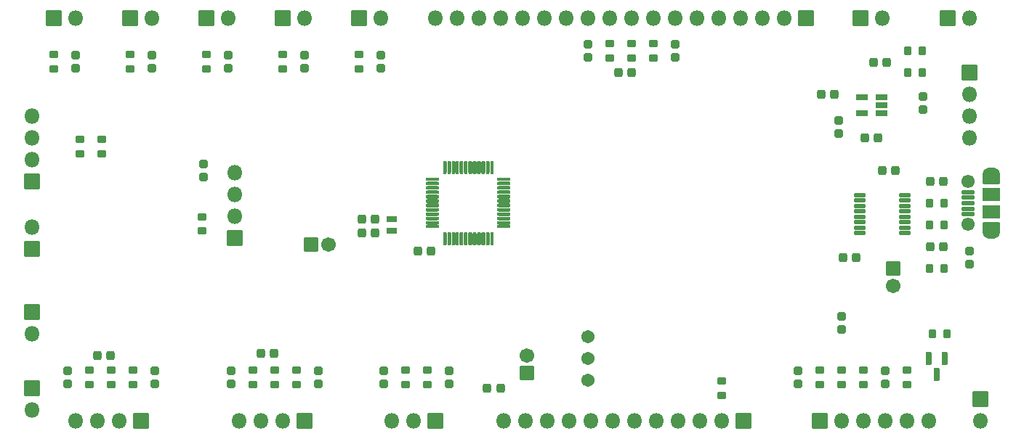
<source format=gbr>
%TF.GenerationSoftware,KiCad,Pcbnew,(6.0.2)*%
%TF.CreationDate,2022-03-23T19:52:23-07:00*%
%TF.ProjectId,main,6d61696e-2e6b-4696-9361-645f70636258,rev?*%
%TF.SameCoordinates,Original*%
%TF.FileFunction,Soldermask,Top*%
%TF.FilePolarity,Negative*%
%FSLAX46Y46*%
G04 Gerber Fmt 4.6, Leading zero omitted, Abs format (unit mm)*
G04 Created by KiCad (PCBNEW (6.0.2)) date 2022-03-23 19:52:23*
%MOMM*%
%LPD*%
G01*
G04 APERTURE LIST*
G04 Aperture macros list*
%AMRoundRect*
0 Rectangle with rounded corners*
0 $1 Rounding radius*
0 $2 $3 $4 $5 $6 $7 $8 $9 X,Y pos of 4 corners*
0 Add a 4 corners polygon primitive as box body*
4,1,4,$2,$3,$4,$5,$6,$7,$8,$9,$2,$3,0*
0 Add four circle primitives for the rounded corners*
1,1,$1+$1,$2,$3*
1,1,$1+$1,$4,$5*
1,1,$1+$1,$6,$7*
1,1,$1+$1,$8,$9*
0 Add four rect primitives between the rounded corners*
20,1,$1+$1,$2,$3,$4,$5,0*
20,1,$1+$1,$4,$5,$6,$7,0*
20,1,$1+$1,$6,$7,$8,$9,0*
20,1,$1+$1,$8,$9,$2,$3,0*%
G04 Aperture macros list end*
%ADD10RoundRect,0.250800X-0.200000X-0.275000X0.200000X-0.275000X0.200000X0.275000X-0.200000X0.275000X0*%
%ADD11RoundRect,0.275800X-0.250000X0.225000X-0.250000X-0.225000X0.250000X-0.225000X0.250000X0.225000X0*%
%ADD12RoundRect,0.050800X0.550000X-0.300000X0.550000X0.300000X-0.550000X0.300000X-0.550000X-0.300000X0*%
%ADD13RoundRect,0.050800X-0.850000X-0.850000X0.850000X-0.850000X0.850000X0.850000X-0.850000X0.850000X0*%
%ADD14O,1.801600X1.801600*%
%ADD15RoundRect,0.050800X0.850000X-0.850000X0.850000X0.850000X-0.850000X0.850000X-0.850000X-0.850000X0*%
%ADD16RoundRect,0.275800X0.225000X0.250000X-0.225000X0.250000X-0.225000X-0.250000X0.225000X-0.250000X0*%
%ADD17RoundRect,0.275800X0.250000X-0.225000X0.250000X0.225000X-0.250000X0.225000X-0.250000X-0.225000X0*%
%ADD18RoundRect,0.250800X-0.275000X0.200000X-0.275000X-0.200000X0.275000X-0.200000X0.275000X0.200000X0*%
%ADD19RoundRect,0.050800X-0.850000X0.850000X-0.850000X-0.850000X0.850000X-0.850000X0.850000X0.850000X0*%
%ADD20RoundRect,0.250800X0.275000X-0.200000X0.275000X0.200000X-0.275000X0.200000X-0.275000X-0.200000X0*%
%ADD21RoundRect,0.050800X0.800000X-0.800000X0.800000X0.800000X-0.800000X0.800000X-0.800000X-0.800000X0*%
%ADD22C,1.701600*%
%ADD23RoundRect,0.275800X-0.225000X-0.250000X0.225000X-0.250000X0.225000X0.250000X-0.225000X0.250000X0*%
%ADD24RoundRect,0.050800X0.850000X0.850000X-0.850000X0.850000X-0.850000X-0.850000X0.850000X-0.850000X0*%
%ADD25RoundRect,0.200800X0.512500X0.150000X-0.512500X0.150000X-0.512500X-0.150000X0.512500X-0.150000X0*%
%ADD26RoundRect,0.125800X0.075000X-0.662500X0.075000X0.662500X-0.075000X0.662500X-0.075000X-0.662500X0*%
%ADD27RoundRect,0.125800X0.662500X-0.075000X0.662500X0.075000X-0.662500X0.075000X-0.662500X-0.075000X0*%
%ADD28RoundRect,0.250800X0.200000X0.275000X-0.200000X0.275000X-0.200000X-0.275000X0.200000X-0.275000X0*%
%ADD29RoundRect,0.050800X-0.800000X-0.800000X0.800000X-0.800000X0.800000X0.800000X-0.800000X0.800000X0*%
%ADD30RoundRect,0.200800X-0.150000X0.587500X-0.150000X-0.587500X0.150000X-0.587500X0.150000X0.587500X0*%
%ADD31RoundRect,0.050800X-0.800000X0.800000X-0.800000X-0.800000X0.800000X-0.800000X0.800000X0.800000X0*%
%ADD32RoundRect,0.050800X0.675000X-0.200000X0.675000X0.200000X-0.675000X0.200000X-0.675000X-0.200000X0*%
%ADD33C,1.551600*%
%ADD34RoundRect,0.050800X0.950000X-0.600000X0.950000X0.600000X-0.950000X0.600000X-0.950000X-0.600000X0*%
%ADD35O,2.001600X1.301600*%
%ADD36RoundRect,0.050800X0.950000X-0.750000X0.950000X0.750000X-0.950000X0.750000X-0.950000X-0.750000X0*%
%ADD37C,1.541600*%
%ADD38RoundRect,0.050800X-0.600000X-0.200000X0.600000X-0.200000X0.600000X0.200000X-0.600000X0.200000X0*%
G04 APERTURE END LIST*
D10*
%TO.C,R24*%
X206185000Y-107950000D03*
X207835000Y-107950000D03*
%TD*%
D11*
%TO.C,C11*%
X124079000Y-118605000D03*
X124079000Y-120155000D03*
%TD*%
D10*
%TO.C,R4*%
X208725000Y-125730000D03*
X210375000Y-125730000D03*
%TD*%
D12*
%TO.C,Y1*%
X146050000Y-126430000D03*
X146050000Y-125030000D03*
%TD*%
D13*
%TO.C,J19*%
X104140000Y-144780000D03*
D14*
X104140000Y-147320000D03*
%TD*%
D15*
%TO.C,J8*%
X195912500Y-148590000D03*
D14*
X198452500Y-148590000D03*
X200992500Y-148590000D03*
X203532500Y-148590000D03*
X206072500Y-148590000D03*
X208612500Y-148590000D03*
%TD*%
D15*
%TO.C,J18*%
X124460000Y-101600000D03*
D14*
X127000000Y-101600000D03*
%TD*%
D16*
%TO.C,C31*%
X174003000Y-107950000D03*
X172453000Y-107950000D03*
%TD*%
D17*
%TO.C,C26*%
X198452500Y-137935000D03*
X198452500Y-136385000D03*
%TD*%
D18*
%TO.C,R2*%
X184482500Y-143955000D03*
X184482500Y-145605000D03*
%TD*%
D16*
%TO.C,C19*%
X113297000Y-140970000D03*
X111747000Y-140970000D03*
%TD*%
D19*
%TO.C,J5*%
X135880000Y-148590000D03*
D14*
X133340000Y-148590000D03*
X130800000Y-148590000D03*
X128260000Y-148590000D03*
%TD*%
D16*
%TO.C,C4*%
X210325000Y-128270000D03*
X208775000Y-128270000D03*
%TD*%
D19*
%TO.C,J4*%
X116830000Y-148590000D03*
D14*
X114290000Y-148590000D03*
X111750000Y-148590000D03*
X109210000Y-148590000D03*
%TD*%
D11*
%TO.C,C17*%
X118442500Y-142735000D03*
X118442500Y-144285000D03*
%TD*%
D20*
%TO.C,R29*%
X200992500Y-144335000D03*
X200992500Y-142685000D03*
%TD*%
D16*
%TO.C,C24*%
X202705000Y-115570000D03*
X201155000Y-115570000D03*
%TD*%
D18*
%TO.C,R6*%
X123952000Y-124778000D03*
X123952000Y-126428000D03*
%TD*%
D11*
%TO.C,C21*%
X145112500Y-142735000D03*
X145112500Y-144285000D03*
%TD*%
D21*
%TO.C,C1*%
X161749500Y-142970000D03*
D22*
X161749500Y-140970000D03*
%TD*%
D11*
%TO.C,C37*%
X109220000Y-105905000D03*
X109220000Y-107455000D03*
%TD*%
D17*
%TO.C,C30*%
X179070000Y-106185000D03*
X179070000Y-104635000D03*
%TD*%
D13*
%TO.C,J21*%
X214630000Y-146050000D03*
D14*
X214630000Y-148590000D03*
%TD*%
D20*
%TO.C,R38*%
X115570000Y-107505000D03*
X115570000Y-105855000D03*
%TD*%
D16*
%TO.C,C22*%
X203675000Y-106800000D03*
X202125000Y-106800000D03*
%TD*%
D20*
%TO.C,R41*%
X133350000Y-107505000D03*
X133350000Y-105855000D03*
%TD*%
D23*
%TO.C,C2*%
X157164500Y-144780000D03*
X158714500Y-144780000D03*
%TD*%
D24*
%TO.C,J11*%
X104140000Y-128524000D03*
D14*
X104140000Y-125984000D03*
%TD*%
D24*
%TO.C,J3*%
X127762000Y-127244000D03*
D14*
X127762000Y-124704000D03*
X127762000Y-122164000D03*
X127762000Y-119624000D03*
%TD*%
D15*
%TO.C,J14*%
X106680000Y-101600000D03*
D14*
X109220000Y-101600000D03*
%TD*%
D23*
%TO.C,C8*%
X203187000Y-119380000D03*
X204737000Y-119380000D03*
%TD*%
D20*
%TO.C,R40*%
X142240000Y-107505000D03*
X142240000Y-105855000D03*
%TD*%
D25*
%TO.C,U2*%
X203067500Y-112710000D03*
X203067500Y-111760000D03*
X203067500Y-110810000D03*
X200792500Y-110810000D03*
X200792500Y-112710000D03*
%TD*%
D20*
%TO.C,R31*%
X198452500Y-144335000D03*
X198452500Y-142685000D03*
%TD*%
D18*
%TO.C,R15*%
X147652500Y-142685000D03*
X147652500Y-144335000D03*
%TD*%
D26*
%TO.C,U$1*%
X152190000Y-127352500D03*
X152690000Y-127352500D03*
X153190000Y-127352500D03*
X153690000Y-127352500D03*
X154190000Y-127352500D03*
X154690000Y-127352500D03*
X155190000Y-127352500D03*
X155690000Y-127352500D03*
X156190000Y-127352500D03*
X156690000Y-127352500D03*
X157190000Y-127352500D03*
X157690000Y-127352500D03*
D27*
X159102500Y-125940000D03*
X159102500Y-125440000D03*
X159102500Y-124940000D03*
X159102500Y-124440000D03*
X159102500Y-123940000D03*
X159102500Y-123440000D03*
X159102500Y-122940000D03*
X159102500Y-122440000D03*
X159102500Y-121940000D03*
X159102500Y-121440000D03*
X159102500Y-120940000D03*
X159102500Y-120440000D03*
D26*
X157690000Y-119027500D03*
X157190000Y-119027500D03*
X156690000Y-119027500D03*
X156190000Y-119027500D03*
X155690000Y-119027500D03*
X155190000Y-119027500D03*
X154690000Y-119027500D03*
X154190000Y-119027500D03*
X153690000Y-119027500D03*
X153190000Y-119027500D03*
X152690000Y-119027500D03*
X152190000Y-119027500D03*
D27*
X150777500Y-120440000D03*
X150777500Y-120940000D03*
X150777500Y-121440000D03*
X150777500Y-121940000D03*
X150777500Y-122440000D03*
X150777500Y-122940000D03*
X150777500Y-123440000D03*
X150777500Y-123940000D03*
X150777500Y-124440000D03*
X150777500Y-124940000D03*
X150777500Y-125440000D03*
X150777500Y-125940000D03*
%TD*%
D28*
%TO.C,FB1*%
X210375000Y-130810000D03*
X208725000Y-130810000D03*
%TD*%
D15*
%TO.C,J17*%
X133350000Y-101600000D03*
D14*
X135890000Y-101600000D03*
%TD*%
D20*
%TO.C,R32*%
X195912500Y-144335000D03*
X195912500Y-142685000D03*
%TD*%
D23*
%TO.C,C12*%
X142550000Y-126675000D03*
X144100000Y-126675000D03*
%TD*%
D19*
%TO.C,J6*%
X151115000Y-148590000D03*
D14*
X148575000Y-148590000D03*
X146035000Y-148590000D03*
%TD*%
D17*
%TO.C,C32*%
X168910000Y-106185000D03*
X168910000Y-104635000D03*
%TD*%
D20*
%TO.C,R39*%
X124460000Y-107505000D03*
X124460000Y-105855000D03*
%TD*%
D15*
%TO.C,J12*%
X200660000Y-101600000D03*
D14*
X203200000Y-101600000D03*
%TD*%
D29*
%TO.C,C9*%
X136652000Y-128016000D03*
D22*
X138652000Y-128016000D03*
%TD*%
D18*
%TO.C,R18*%
X134952500Y-142685000D03*
X134952500Y-144335000D03*
%TD*%
D17*
%TO.C,C23*%
X207900000Y-110725000D03*
X207900000Y-112275000D03*
%TD*%
D30*
%TO.C,Q1*%
X210500000Y-141302500D03*
X208600000Y-141302500D03*
X209550000Y-143177500D03*
%TD*%
D11*
%TO.C,C33*%
X135890000Y-105905000D03*
X135890000Y-107455000D03*
%TD*%
D28*
%TO.C,R23*%
X207835000Y-105410000D03*
X206185000Y-105410000D03*
%TD*%
D10*
%TO.C,R5*%
X208725000Y-123190000D03*
X210375000Y-123190000D03*
%TD*%
D31*
%TO.C,C6*%
X204470000Y-130810000D03*
D22*
X204470000Y-132810000D03*
%TD*%
D11*
%TO.C,C15*%
X152732500Y-142735000D03*
X152732500Y-144285000D03*
%TD*%
%TO.C,C16*%
X127332500Y-142735000D03*
X127332500Y-144285000D03*
%TD*%
D18*
%TO.C,R16*%
X110822500Y-142685000D03*
X110822500Y-144335000D03*
%TD*%
D20*
%TO.C,R3*%
X109728000Y-117411000D03*
X109728000Y-115761000D03*
%TD*%
D16*
%TO.C,C5*%
X210325000Y-120650000D03*
X208775000Y-120650000D03*
%TD*%
D18*
%TO.C,R26*%
X206072500Y-142685000D03*
X206072500Y-144335000D03*
%TD*%
D16*
%TO.C,C25*%
X197625000Y-110490000D03*
X196075000Y-110490000D03*
%TD*%
D10*
%TO.C,R25*%
X209057500Y-138430000D03*
X210707500Y-138430000D03*
%TD*%
D20*
%TO.C,R37*%
X106680000Y-107505000D03*
X106680000Y-105855000D03*
%TD*%
%TO.C,R33*%
X173990000Y-106235000D03*
X173990000Y-104585000D03*
%TD*%
%TO.C,R34*%
X176530000Y-106235000D03*
X176530000Y-104585000D03*
%TD*%
D16*
%TO.C,C7*%
X200165000Y-129540000D03*
X198615000Y-129540000D03*
%TD*%
D19*
%TO.C,J9*%
X194310000Y-101600000D03*
D14*
X191770000Y-101600000D03*
X189230000Y-101600000D03*
X186690000Y-101600000D03*
X184150000Y-101600000D03*
X181610000Y-101600000D03*
X179070000Y-101600000D03*
X176530000Y-101600000D03*
X173990000Y-101600000D03*
X171450000Y-101600000D03*
X168910000Y-101600000D03*
X166370000Y-101600000D03*
X163830000Y-101600000D03*
X161290000Y-101600000D03*
X158750000Y-101600000D03*
X156210000Y-101600000D03*
X153670000Y-101600000D03*
X151130000Y-101600000D03*
%TD*%
D11*
%TO.C,C36*%
X118110000Y-105905000D03*
X118110000Y-107455000D03*
%TD*%
%TO.C,C34*%
X144780000Y-105905000D03*
X144780000Y-107455000D03*
%TD*%
%TO.C,C18*%
X137492500Y-142735000D03*
X137492500Y-144285000D03*
%TD*%
D13*
%TO.C,J7*%
X213360000Y-107960000D03*
D14*
X213360000Y-110500000D03*
X213360000Y-113040000D03*
X213360000Y-115580000D03*
%TD*%
D32*
%TO.C,J1*%
X213167500Y-124490000D03*
X213167500Y-123840000D03*
X213167500Y-123190000D03*
X213167500Y-122540000D03*
X213167500Y-121890000D03*
D33*
X213167500Y-120690000D03*
D34*
X215867500Y-120290000D03*
D35*
X215867500Y-126690000D03*
X215867500Y-119690000D03*
D33*
X213167500Y-125690000D03*
D36*
X215867500Y-124190000D03*
D34*
X215867500Y-126090000D03*
D36*
X215867500Y-122190000D03*
%TD*%
D18*
%TO.C,R19*%
X115902500Y-142685000D03*
X115902500Y-144335000D03*
%TD*%
D23*
%TO.C,C13*%
X142575000Y-125050000D03*
X144125000Y-125050000D03*
%TD*%
D16*
%TO.C,C14*%
X132347000Y-140716000D03*
X130797000Y-140716000D03*
%TD*%
D20*
%TO.C,R35*%
X171450000Y-106235000D03*
X171450000Y-104585000D03*
%TD*%
D11*
%TO.C,C27*%
X193372500Y-142735000D03*
X193372500Y-144285000D03*
%TD*%
D13*
%TO.C,J10*%
X104140000Y-135890000D03*
D14*
X104140000Y-138430000D03*
%TD*%
D18*
%TO.C,R21*%
X150192500Y-142685000D03*
X150192500Y-144335000D03*
%TD*%
D15*
%TO.C,J15*%
X115570000Y-101600000D03*
D14*
X118110000Y-101600000D03*
%TD*%
D11*
%TO.C,C29*%
X203532500Y-142735000D03*
X203532500Y-144285000D03*
%TD*%
D15*
%TO.C,J20*%
X210820000Y-101600000D03*
D14*
X213360000Y-101600000D03*
%TD*%
D11*
%TO.C,C3*%
X213360000Y-128765000D03*
X213360000Y-130315000D03*
%TD*%
%TO.C,C35*%
X127000000Y-105905000D03*
X127000000Y-107455000D03*
%TD*%
D18*
%TO.C,R22*%
X132412500Y-142685000D03*
X132412500Y-144335000D03*
%TD*%
%TO.C,R20*%
X129872500Y-142685000D03*
X129872500Y-144335000D03*
%TD*%
D11*
%TO.C,C28*%
X198120000Y-113525000D03*
X198120000Y-115075000D03*
%TD*%
D37*
%TO.C,RV1*%
X168861500Y-138811000D03*
X168861500Y-141351000D03*
X168861500Y-143891000D03*
%TD*%
D23*
%TO.C,C10*%
X149085000Y-128778000D03*
X150635000Y-128778000D03*
%TD*%
D19*
%TO.C,J2*%
X187027500Y-148590000D03*
D14*
X184487500Y-148590000D03*
X181947500Y-148590000D03*
X179407500Y-148590000D03*
X176867500Y-148590000D03*
X174327500Y-148590000D03*
X171787500Y-148590000D03*
X169247500Y-148590000D03*
X166707500Y-148590000D03*
X164167500Y-148590000D03*
X161627500Y-148590000D03*
X159087500Y-148590000D03*
%TD*%
D20*
%TO.C,R1*%
X112268000Y-117411000D03*
X112268000Y-115761000D03*
%TD*%
D24*
%TO.C,J13*%
X104140000Y-120650000D03*
D14*
X104140000Y-118110000D03*
X104140000Y-115570000D03*
X104140000Y-113030000D03*
%TD*%
D18*
%TO.C,R17*%
X113362500Y-142685000D03*
X113362500Y-144335000D03*
%TD*%
D15*
%TO.C,J16*%
X142240000Y-101600000D03*
D14*
X144780000Y-101600000D03*
%TD*%
D11*
%TO.C,C20*%
X108282500Y-142735000D03*
X108282500Y-144285000D03*
%TD*%
D38*
%TO.C,U1*%
X200600000Y-122237500D03*
X200600000Y-122872500D03*
X200600000Y-123507500D03*
X200600000Y-124142500D03*
X200600000Y-124777500D03*
X200600000Y-125412500D03*
X200600000Y-126047500D03*
X200600000Y-126682500D03*
X205800000Y-126682500D03*
X205800000Y-126047500D03*
X205800000Y-125412500D03*
X205800000Y-124777500D03*
X205800000Y-124142500D03*
X205800000Y-123507500D03*
X205800000Y-122872500D03*
X205800000Y-122237500D03*
%TD*%
G36*
X152892463Y-126691696D02*
G01*
X152912978Y-126722401D01*
X152949486Y-126729664D01*
X152980620Y-126708861D01*
X152987352Y-126692611D01*
X152988939Y-126691393D01*
X152990787Y-126692159D01*
X152991200Y-126693376D01*
X152991200Y-128012193D01*
X152990200Y-128013925D01*
X152988200Y-128013925D01*
X152987537Y-128013304D01*
X152967022Y-127982599D01*
X152930514Y-127975336D01*
X152899380Y-127996139D01*
X152892648Y-128012389D01*
X152891061Y-128013607D01*
X152889213Y-128012841D01*
X152888800Y-128011624D01*
X152888800Y-126692807D01*
X152889800Y-126691075D01*
X152891800Y-126691075D01*
X152892463Y-126691696D01*
G37*
G36*
X156892463Y-126691696D02*
G01*
X156912978Y-126722401D01*
X156949486Y-126729664D01*
X156980620Y-126708861D01*
X156987352Y-126692611D01*
X156988939Y-126691393D01*
X156990787Y-126692159D01*
X156991200Y-126693376D01*
X156991200Y-128012193D01*
X156990200Y-128013925D01*
X156988200Y-128013925D01*
X156987537Y-128013304D01*
X156967022Y-127982599D01*
X156930514Y-127975336D01*
X156899380Y-127996139D01*
X156892648Y-128012389D01*
X156891061Y-128013607D01*
X156889213Y-128012841D01*
X156888800Y-128011624D01*
X156888800Y-126692807D01*
X156889800Y-126691075D01*
X156891800Y-126691075D01*
X156892463Y-126691696D01*
G37*
G36*
X154392463Y-126691696D02*
G01*
X154412978Y-126722401D01*
X154449486Y-126729664D01*
X154480620Y-126708861D01*
X154487352Y-126692611D01*
X154488939Y-126691393D01*
X154490787Y-126692159D01*
X154491200Y-126693376D01*
X154491200Y-128012193D01*
X154490200Y-128013925D01*
X154488200Y-128013925D01*
X154487537Y-128013304D01*
X154467022Y-127982599D01*
X154430514Y-127975336D01*
X154399380Y-127996139D01*
X154392648Y-128012389D01*
X154391061Y-128013607D01*
X154389213Y-128012841D01*
X154388800Y-128011624D01*
X154388800Y-126692807D01*
X154389800Y-126691075D01*
X154391800Y-126691075D01*
X154392463Y-126691696D01*
G37*
G36*
X157392463Y-126691696D02*
G01*
X157412978Y-126722401D01*
X157449486Y-126729664D01*
X157480620Y-126708861D01*
X157487352Y-126692611D01*
X157488939Y-126691393D01*
X157490787Y-126692159D01*
X157491200Y-126693376D01*
X157491200Y-128012193D01*
X157490200Y-128013925D01*
X157488200Y-128013925D01*
X157487537Y-128013304D01*
X157467022Y-127982599D01*
X157430514Y-127975336D01*
X157399380Y-127996139D01*
X157392648Y-128012389D01*
X157391061Y-128013607D01*
X157389213Y-128012841D01*
X157388800Y-128011624D01*
X157388800Y-126692807D01*
X157389800Y-126691075D01*
X157391800Y-126691075D01*
X157392463Y-126691696D01*
G37*
G36*
X154892463Y-126691696D02*
G01*
X154912978Y-126722401D01*
X154949486Y-126729664D01*
X154980620Y-126708861D01*
X154987352Y-126692611D01*
X154988939Y-126691393D01*
X154990787Y-126692159D01*
X154991200Y-126693376D01*
X154991200Y-128012193D01*
X154990200Y-128013925D01*
X154988200Y-128013925D01*
X154987537Y-128013304D01*
X154967022Y-127982599D01*
X154930514Y-127975336D01*
X154899380Y-127996139D01*
X154892648Y-128012389D01*
X154891061Y-128013607D01*
X154889213Y-128012841D01*
X154888800Y-128011624D01*
X154888800Y-126692807D01*
X154889800Y-126691075D01*
X154891800Y-126691075D01*
X154892463Y-126691696D01*
G37*
G36*
X153892463Y-126691696D02*
G01*
X153912978Y-126722401D01*
X153949486Y-126729664D01*
X153980620Y-126708861D01*
X153987352Y-126692611D01*
X153988939Y-126691393D01*
X153990787Y-126692159D01*
X153991200Y-126693376D01*
X153991200Y-128012193D01*
X153990200Y-128013925D01*
X153988200Y-128013925D01*
X153987537Y-128013304D01*
X153967022Y-127982599D01*
X153930514Y-127975336D01*
X153899380Y-127996139D01*
X153892648Y-128012389D01*
X153891061Y-128013607D01*
X153889213Y-128012841D01*
X153888800Y-128011624D01*
X153888800Y-126692807D01*
X153889800Y-126691075D01*
X153891800Y-126691075D01*
X153892463Y-126691696D01*
G37*
G36*
X153392463Y-126691696D02*
G01*
X153412978Y-126722401D01*
X153449486Y-126729664D01*
X153480620Y-126708861D01*
X153487352Y-126692611D01*
X153488939Y-126691393D01*
X153490787Y-126692159D01*
X153491200Y-126693376D01*
X153491200Y-128012193D01*
X153490200Y-128013925D01*
X153488200Y-128013925D01*
X153487537Y-128013304D01*
X153467022Y-127982599D01*
X153430514Y-127975336D01*
X153399380Y-127996139D01*
X153392648Y-128012389D01*
X153391061Y-128013607D01*
X153389213Y-128012841D01*
X153388800Y-128011624D01*
X153388800Y-126692807D01*
X153389800Y-126691075D01*
X153391800Y-126691075D01*
X153392463Y-126691696D01*
G37*
G36*
X156392463Y-126691696D02*
G01*
X156412978Y-126722401D01*
X156449486Y-126729664D01*
X156480620Y-126708861D01*
X156487352Y-126692611D01*
X156488939Y-126691393D01*
X156490787Y-126692159D01*
X156491200Y-126693376D01*
X156491200Y-128012193D01*
X156490200Y-128013925D01*
X156488200Y-128013925D01*
X156487537Y-128013304D01*
X156467022Y-127982599D01*
X156430514Y-127975336D01*
X156399380Y-127996139D01*
X156392648Y-128012389D01*
X156391061Y-128013607D01*
X156389213Y-128012841D01*
X156388800Y-128011624D01*
X156388800Y-126692807D01*
X156389800Y-126691075D01*
X156391800Y-126691075D01*
X156392463Y-126691696D01*
G37*
G36*
X155892463Y-126691696D02*
G01*
X155912978Y-126722401D01*
X155949486Y-126729664D01*
X155980620Y-126708861D01*
X155987352Y-126692611D01*
X155988939Y-126691393D01*
X155990787Y-126692159D01*
X155991200Y-126693376D01*
X155991200Y-128012193D01*
X155990200Y-128013925D01*
X155988200Y-128013925D01*
X155987537Y-128013304D01*
X155967022Y-127982599D01*
X155930514Y-127975336D01*
X155899380Y-127996139D01*
X155892648Y-128012389D01*
X155891061Y-128013607D01*
X155889213Y-128012841D01*
X155888800Y-128011624D01*
X155888800Y-126692807D01*
X155889800Y-126691075D01*
X155891800Y-126691075D01*
X155892463Y-126691696D01*
G37*
G36*
X155392463Y-126691696D02*
G01*
X155412978Y-126722401D01*
X155449486Y-126729664D01*
X155480620Y-126708861D01*
X155487352Y-126692611D01*
X155488939Y-126691393D01*
X155490787Y-126692159D01*
X155491200Y-126693376D01*
X155491200Y-128012193D01*
X155490200Y-128013925D01*
X155488200Y-128013925D01*
X155487537Y-128013304D01*
X155467022Y-127982599D01*
X155430514Y-127975336D01*
X155399380Y-127996139D01*
X155392648Y-128012389D01*
X155391061Y-128013607D01*
X155389213Y-128012841D01*
X155388800Y-128011624D01*
X155388800Y-126692807D01*
X155389800Y-126691075D01*
X155391800Y-126691075D01*
X155392463Y-126691696D01*
G37*
G36*
X152392463Y-126691696D02*
G01*
X152412978Y-126722401D01*
X152449486Y-126729664D01*
X152480620Y-126708861D01*
X152487352Y-126692611D01*
X152488939Y-126691393D01*
X152490787Y-126692159D01*
X152491200Y-126693376D01*
X152491200Y-128012193D01*
X152490200Y-128013925D01*
X152488200Y-128013925D01*
X152487537Y-128013304D01*
X152467022Y-127982599D01*
X152430514Y-127975336D01*
X152399380Y-127996139D01*
X152392648Y-128012389D01*
X152391061Y-128013607D01*
X152389213Y-128012841D01*
X152388800Y-128011624D01*
X152388800Y-126692807D01*
X152389800Y-126691075D01*
X152391800Y-126691075D01*
X152392463Y-126691696D01*
G37*
G36*
X159763925Y-125639800D02*
G01*
X159763925Y-125641800D01*
X159763304Y-125642463D01*
X159732599Y-125662978D01*
X159725336Y-125699486D01*
X159746139Y-125730620D01*
X159762389Y-125737352D01*
X159763607Y-125738939D01*
X159762841Y-125740787D01*
X159761624Y-125741200D01*
X158442807Y-125741200D01*
X158441075Y-125740200D01*
X158441075Y-125738200D01*
X158441696Y-125737537D01*
X158472401Y-125717022D01*
X158479664Y-125680514D01*
X158458861Y-125649380D01*
X158442611Y-125642648D01*
X158441393Y-125641061D01*
X158442159Y-125639213D01*
X158443376Y-125638800D01*
X159762193Y-125638800D01*
X159763925Y-125639800D01*
G37*
G36*
X151438925Y-125639800D02*
G01*
X151438925Y-125641800D01*
X151438304Y-125642463D01*
X151407599Y-125662978D01*
X151400336Y-125699486D01*
X151421139Y-125730620D01*
X151437389Y-125737352D01*
X151438607Y-125738939D01*
X151437841Y-125740787D01*
X151436624Y-125741200D01*
X150117807Y-125741200D01*
X150116075Y-125740200D01*
X150116075Y-125738200D01*
X150116696Y-125737537D01*
X150147401Y-125717022D01*
X150154664Y-125680514D01*
X150133861Y-125649380D01*
X150117611Y-125642648D01*
X150116393Y-125641061D01*
X150117159Y-125639213D01*
X150118376Y-125638800D01*
X151437193Y-125638800D01*
X151438925Y-125639800D01*
G37*
G36*
X159763925Y-125139800D02*
G01*
X159763925Y-125141800D01*
X159763304Y-125142463D01*
X159732599Y-125162978D01*
X159725336Y-125199486D01*
X159746139Y-125230620D01*
X159762389Y-125237352D01*
X159763607Y-125238939D01*
X159762841Y-125240787D01*
X159761624Y-125241200D01*
X158442807Y-125241200D01*
X158441075Y-125240200D01*
X158441075Y-125238200D01*
X158441696Y-125237537D01*
X158472401Y-125217022D01*
X158479664Y-125180514D01*
X158458861Y-125149380D01*
X158442611Y-125142648D01*
X158441393Y-125141061D01*
X158442159Y-125139213D01*
X158443376Y-125138800D01*
X159762193Y-125138800D01*
X159763925Y-125139800D01*
G37*
G36*
X151438925Y-125139800D02*
G01*
X151438925Y-125141800D01*
X151438304Y-125142463D01*
X151407599Y-125162978D01*
X151400336Y-125199486D01*
X151421139Y-125230620D01*
X151437389Y-125237352D01*
X151438607Y-125238939D01*
X151437841Y-125240787D01*
X151436624Y-125241200D01*
X150117807Y-125241200D01*
X150116075Y-125240200D01*
X150116075Y-125238200D01*
X150116696Y-125237537D01*
X150147401Y-125217022D01*
X150154664Y-125180514D01*
X150133861Y-125149380D01*
X150117611Y-125142648D01*
X150116393Y-125141061D01*
X150117159Y-125139213D01*
X150118376Y-125138800D01*
X151437193Y-125138800D01*
X151438925Y-125139800D01*
G37*
G36*
X159763925Y-124639800D02*
G01*
X159763925Y-124641800D01*
X159763304Y-124642463D01*
X159732599Y-124662978D01*
X159725336Y-124699486D01*
X159746139Y-124730620D01*
X159762389Y-124737352D01*
X159763607Y-124738939D01*
X159762841Y-124740787D01*
X159761624Y-124741200D01*
X158442807Y-124741200D01*
X158441075Y-124740200D01*
X158441075Y-124738200D01*
X158441696Y-124737537D01*
X158472401Y-124717022D01*
X158479664Y-124680514D01*
X158458861Y-124649380D01*
X158442611Y-124642648D01*
X158441393Y-124641061D01*
X158442159Y-124639213D01*
X158443376Y-124638800D01*
X159762193Y-124638800D01*
X159763925Y-124639800D01*
G37*
G36*
X151438925Y-124639800D02*
G01*
X151438925Y-124641800D01*
X151438304Y-124642463D01*
X151407599Y-124662978D01*
X151400336Y-124699486D01*
X151421139Y-124730620D01*
X151437389Y-124737352D01*
X151438607Y-124738939D01*
X151437841Y-124740787D01*
X151436624Y-124741200D01*
X150117807Y-124741200D01*
X150116075Y-124740200D01*
X150116075Y-124738200D01*
X150116696Y-124737537D01*
X150147401Y-124717022D01*
X150154664Y-124680514D01*
X150133861Y-124649380D01*
X150117611Y-124642648D01*
X150116393Y-124641061D01*
X150117159Y-124639213D01*
X150118376Y-124638800D01*
X151437193Y-124638800D01*
X151438925Y-124639800D01*
G37*
G36*
X151438925Y-124139800D02*
G01*
X151438925Y-124141800D01*
X151438304Y-124142463D01*
X151407599Y-124162978D01*
X151400336Y-124199486D01*
X151421139Y-124230620D01*
X151437389Y-124237352D01*
X151438607Y-124238939D01*
X151437841Y-124240787D01*
X151436624Y-124241200D01*
X150117807Y-124241200D01*
X150116075Y-124240200D01*
X150116075Y-124238200D01*
X150116696Y-124237537D01*
X150147401Y-124217022D01*
X150154664Y-124180514D01*
X150133861Y-124149380D01*
X150117611Y-124142648D01*
X150116393Y-124141061D01*
X150117159Y-124139213D01*
X150118376Y-124138800D01*
X151437193Y-124138800D01*
X151438925Y-124139800D01*
G37*
G36*
X159763925Y-124139800D02*
G01*
X159763925Y-124141800D01*
X159763304Y-124142463D01*
X159732599Y-124162978D01*
X159725336Y-124199486D01*
X159746139Y-124230620D01*
X159762389Y-124237352D01*
X159763607Y-124238939D01*
X159762841Y-124240787D01*
X159761624Y-124241200D01*
X158442807Y-124241200D01*
X158441075Y-124240200D01*
X158441075Y-124238200D01*
X158441696Y-124237537D01*
X158472401Y-124217022D01*
X158479664Y-124180514D01*
X158458861Y-124149380D01*
X158442611Y-124142648D01*
X158441393Y-124141061D01*
X158442159Y-124139213D01*
X158443376Y-124138800D01*
X159762193Y-124138800D01*
X159763925Y-124139800D01*
G37*
G36*
X159763925Y-123639800D02*
G01*
X159763925Y-123641800D01*
X159763304Y-123642463D01*
X159732599Y-123662978D01*
X159725336Y-123699486D01*
X159746139Y-123730620D01*
X159762389Y-123737352D01*
X159763607Y-123738939D01*
X159762841Y-123740787D01*
X159761624Y-123741200D01*
X158442807Y-123741200D01*
X158441075Y-123740200D01*
X158441075Y-123738200D01*
X158441696Y-123737537D01*
X158472401Y-123717022D01*
X158479664Y-123680514D01*
X158458861Y-123649380D01*
X158442611Y-123642648D01*
X158441393Y-123641061D01*
X158442159Y-123639213D01*
X158443376Y-123638800D01*
X159762193Y-123638800D01*
X159763925Y-123639800D01*
G37*
G36*
X151438925Y-123639800D02*
G01*
X151438925Y-123641800D01*
X151438304Y-123642463D01*
X151407599Y-123662978D01*
X151400336Y-123699486D01*
X151421139Y-123730620D01*
X151437389Y-123737352D01*
X151438607Y-123738939D01*
X151437841Y-123740787D01*
X151436624Y-123741200D01*
X150117807Y-123741200D01*
X150116075Y-123740200D01*
X150116075Y-123738200D01*
X150116696Y-123737537D01*
X150147401Y-123717022D01*
X150154664Y-123680514D01*
X150133861Y-123649380D01*
X150117611Y-123642648D01*
X150116393Y-123641061D01*
X150117159Y-123639213D01*
X150118376Y-123638800D01*
X151437193Y-123638800D01*
X151438925Y-123639800D01*
G37*
G36*
X159763925Y-123139800D02*
G01*
X159763925Y-123141800D01*
X159763304Y-123142463D01*
X159732599Y-123162978D01*
X159725336Y-123199486D01*
X159746139Y-123230620D01*
X159762389Y-123237352D01*
X159763607Y-123238939D01*
X159762841Y-123240787D01*
X159761624Y-123241200D01*
X158442807Y-123241200D01*
X158441075Y-123240200D01*
X158441075Y-123238200D01*
X158441696Y-123237537D01*
X158472401Y-123217022D01*
X158479664Y-123180514D01*
X158458861Y-123149380D01*
X158442611Y-123142648D01*
X158441393Y-123141061D01*
X158442159Y-123139213D01*
X158443376Y-123138800D01*
X159762193Y-123138800D01*
X159763925Y-123139800D01*
G37*
G36*
X151438925Y-123139800D02*
G01*
X151438925Y-123141800D01*
X151438304Y-123142463D01*
X151407599Y-123162978D01*
X151400336Y-123199486D01*
X151421139Y-123230620D01*
X151437389Y-123237352D01*
X151438607Y-123238939D01*
X151437841Y-123240787D01*
X151436624Y-123241200D01*
X150117807Y-123241200D01*
X150116075Y-123240200D01*
X150116075Y-123238200D01*
X150116696Y-123237537D01*
X150147401Y-123217022D01*
X150154664Y-123180514D01*
X150133861Y-123149380D01*
X150117611Y-123142648D01*
X150116393Y-123141061D01*
X150117159Y-123139213D01*
X150118376Y-123138800D01*
X151437193Y-123138800D01*
X151438925Y-123139800D01*
G37*
G36*
X159763925Y-122639800D02*
G01*
X159763925Y-122641800D01*
X159763304Y-122642463D01*
X159732599Y-122662978D01*
X159725336Y-122699486D01*
X159746139Y-122730620D01*
X159762389Y-122737352D01*
X159763607Y-122738939D01*
X159762841Y-122740787D01*
X159761624Y-122741200D01*
X158442807Y-122741200D01*
X158441075Y-122740200D01*
X158441075Y-122738200D01*
X158441696Y-122737537D01*
X158472401Y-122717022D01*
X158479664Y-122680514D01*
X158458861Y-122649380D01*
X158442611Y-122642648D01*
X158441393Y-122641061D01*
X158442159Y-122639213D01*
X158443376Y-122638800D01*
X159762193Y-122638800D01*
X159763925Y-122639800D01*
G37*
G36*
X151438925Y-122639800D02*
G01*
X151438925Y-122641800D01*
X151438304Y-122642463D01*
X151407599Y-122662978D01*
X151400336Y-122699486D01*
X151421139Y-122730620D01*
X151437389Y-122737352D01*
X151438607Y-122738939D01*
X151437841Y-122740787D01*
X151436624Y-122741200D01*
X150117807Y-122741200D01*
X150116075Y-122740200D01*
X150116075Y-122738200D01*
X150116696Y-122737537D01*
X150147401Y-122717022D01*
X150154664Y-122680514D01*
X150133861Y-122649380D01*
X150117611Y-122642648D01*
X150116393Y-122641061D01*
X150117159Y-122639213D01*
X150118376Y-122638800D01*
X151437193Y-122638800D01*
X151438925Y-122639800D01*
G37*
G36*
X159763925Y-122139800D02*
G01*
X159763925Y-122141800D01*
X159763304Y-122142463D01*
X159732599Y-122162978D01*
X159725336Y-122199486D01*
X159746139Y-122230620D01*
X159762389Y-122237352D01*
X159763607Y-122238939D01*
X159762841Y-122240787D01*
X159761624Y-122241200D01*
X158442807Y-122241200D01*
X158441075Y-122240200D01*
X158441075Y-122238200D01*
X158441696Y-122237537D01*
X158472401Y-122217022D01*
X158479664Y-122180514D01*
X158458861Y-122149380D01*
X158442611Y-122142648D01*
X158441393Y-122141061D01*
X158442159Y-122139213D01*
X158443376Y-122138800D01*
X159762193Y-122138800D01*
X159763925Y-122139800D01*
G37*
G36*
X151438925Y-122139800D02*
G01*
X151438925Y-122141800D01*
X151438304Y-122142463D01*
X151407599Y-122162978D01*
X151400336Y-122199486D01*
X151421139Y-122230620D01*
X151437389Y-122237352D01*
X151438607Y-122238939D01*
X151437841Y-122240787D01*
X151436624Y-122241200D01*
X150117807Y-122241200D01*
X150116075Y-122240200D01*
X150116075Y-122238200D01*
X150116696Y-122237537D01*
X150147401Y-122217022D01*
X150154664Y-122180514D01*
X150133861Y-122149380D01*
X150117611Y-122142648D01*
X150116393Y-122141061D01*
X150117159Y-122139213D01*
X150118376Y-122138800D01*
X151437193Y-122138800D01*
X151438925Y-122139800D01*
G37*
G36*
X159763925Y-121639800D02*
G01*
X159763925Y-121641800D01*
X159763304Y-121642463D01*
X159732599Y-121662978D01*
X159725336Y-121699486D01*
X159746139Y-121730620D01*
X159762389Y-121737352D01*
X159763607Y-121738939D01*
X159762841Y-121740787D01*
X159761624Y-121741200D01*
X158442807Y-121741200D01*
X158441075Y-121740200D01*
X158441075Y-121738200D01*
X158441696Y-121737537D01*
X158472401Y-121717022D01*
X158479664Y-121680514D01*
X158458861Y-121649380D01*
X158442611Y-121642648D01*
X158441393Y-121641061D01*
X158442159Y-121639213D01*
X158443376Y-121638800D01*
X159762193Y-121638800D01*
X159763925Y-121639800D01*
G37*
G36*
X151438925Y-121639800D02*
G01*
X151438925Y-121641800D01*
X151438304Y-121642463D01*
X151407599Y-121662978D01*
X151400336Y-121699486D01*
X151421139Y-121730620D01*
X151437389Y-121737352D01*
X151438607Y-121738939D01*
X151437841Y-121740787D01*
X151436624Y-121741200D01*
X150117807Y-121741200D01*
X150116075Y-121740200D01*
X150116075Y-121738200D01*
X150116696Y-121737537D01*
X150147401Y-121717022D01*
X150154664Y-121680514D01*
X150133861Y-121649380D01*
X150117611Y-121642648D01*
X150116393Y-121641061D01*
X150117159Y-121639213D01*
X150118376Y-121638800D01*
X151437193Y-121638800D01*
X151438925Y-121639800D01*
G37*
G36*
X159763925Y-121139800D02*
G01*
X159763925Y-121141800D01*
X159763304Y-121142463D01*
X159732599Y-121162978D01*
X159725336Y-121199486D01*
X159746139Y-121230620D01*
X159762389Y-121237352D01*
X159763607Y-121238939D01*
X159762841Y-121240787D01*
X159761624Y-121241200D01*
X158442807Y-121241200D01*
X158441075Y-121240200D01*
X158441075Y-121238200D01*
X158441696Y-121237537D01*
X158472401Y-121217022D01*
X158479664Y-121180514D01*
X158458861Y-121149380D01*
X158442611Y-121142648D01*
X158441393Y-121141061D01*
X158442159Y-121139213D01*
X158443376Y-121138800D01*
X159762193Y-121138800D01*
X159763925Y-121139800D01*
G37*
G36*
X151438925Y-121139800D02*
G01*
X151438925Y-121141800D01*
X151438304Y-121142463D01*
X151407599Y-121162978D01*
X151400336Y-121199486D01*
X151421139Y-121230620D01*
X151437389Y-121237352D01*
X151438607Y-121238939D01*
X151437841Y-121240787D01*
X151436624Y-121241200D01*
X150117807Y-121241200D01*
X150116075Y-121240200D01*
X150116075Y-121238200D01*
X150116696Y-121237537D01*
X150147401Y-121217022D01*
X150154664Y-121180514D01*
X150133861Y-121149380D01*
X150117611Y-121142648D01*
X150116393Y-121141061D01*
X150117159Y-121139213D01*
X150118376Y-121138800D01*
X151437193Y-121138800D01*
X151438925Y-121139800D01*
G37*
G36*
X159763925Y-120639800D02*
G01*
X159763925Y-120641800D01*
X159763304Y-120642463D01*
X159732599Y-120662978D01*
X159725336Y-120699486D01*
X159746139Y-120730620D01*
X159762389Y-120737352D01*
X159763607Y-120738939D01*
X159762841Y-120740787D01*
X159761624Y-120741200D01*
X158442807Y-120741200D01*
X158441075Y-120740200D01*
X158441075Y-120738200D01*
X158441696Y-120737537D01*
X158472401Y-120717022D01*
X158479664Y-120680514D01*
X158458861Y-120649380D01*
X158442611Y-120642648D01*
X158441393Y-120641061D01*
X158442159Y-120639213D01*
X158443376Y-120638800D01*
X159762193Y-120638800D01*
X159763925Y-120639800D01*
G37*
G36*
X151438925Y-120639800D02*
G01*
X151438925Y-120641800D01*
X151438304Y-120642463D01*
X151407599Y-120662978D01*
X151400336Y-120699486D01*
X151421139Y-120730620D01*
X151437389Y-120737352D01*
X151438607Y-120738939D01*
X151437841Y-120740787D01*
X151436624Y-120741200D01*
X150117807Y-120741200D01*
X150116075Y-120740200D01*
X150116075Y-120738200D01*
X150116696Y-120737537D01*
X150147401Y-120717022D01*
X150154664Y-120680514D01*
X150133861Y-120649380D01*
X150117611Y-120642648D01*
X150116393Y-120641061D01*
X150117159Y-120639213D01*
X150118376Y-120638800D01*
X151437193Y-120638800D01*
X151438925Y-120639800D01*
G37*
G36*
X156392463Y-118366696D02*
G01*
X156412978Y-118397401D01*
X156449486Y-118404664D01*
X156480620Y-118383861D01*
X156487352Y-118367611D01*
X156488939Y-118366393D01*
X156490787Y-118367159D01*
X156491200Y-118368376D01*
X156491200Y-119687193D01*
X156490200Y-119688925D01*
X156488200Y-119688925D01*
X156487537Y-119688304D01*
X156467022Y-119657599D01*
X156430514Y-119650336D01*
X156399380Y-119671139D01*
X156392648Y-119687389D01*
X156391061Y-119688607D01*
X156389213Y-119687841D01*
X156388800Y-119686624D01*
X156388800Y-118367807D01*
X156389800Y-118366075D01*
X156391800Y-118366075D01*
X156392463Y-118366696D01*
G37*
G36*
X157392463Y-118366696D02*
G01*
X157412978Y-118397401D01*
X157449486Y-118404664D01*
X157480620Y-118383861D01*
X157487352Y-118367611D01*
X157488939Y-118366393D01*
X157490787Y-118367159D01*
X157491200Y-118368376D01*
X157491200Y-119687193D01*
X157490200Y-119688925D01*
X157488200Y-119688925D01*
X157487537Y-119688304D01*
X157467022Y-119657599D01*
X157430514Y-119650336D01*
X157399380Y-119671139D01*
X157392648Y-119687389D01*
X157391061Y-119688607D01*
X157389213Y-119687841D01*
X157388800Y-119686624D01*
X157388800Y-118367807D01*
X157389800Y-118366075D01*
X157391800Y-118366075D01*
X157392463Y-118366696D01*
G37*
G36*
X155892463Y-118366696D02*
G01*
X155912978Y-118397401D01*
X155949486Y-118404664D01*
X155980620Y-118383861D01*
X155987352Y-118367611D01*
X155988939Y-118366393D01*
X155990787Y-118367159D01*
X155991200Y-118368376D01*
X155991200Y-119687193D01*
X155990200Y-119688925D01*
X155988200Y-119688925D01*
X155987537Y-119688304D01*
X155967022Y-119657599D01*
X155930514Y-119650336D01*
X155899380Y-119671139D01*
X155892648Y-119687389D01*
X155891061Y-119688607D01*
X155889213Y-119687841D01*
X155888800Y-119686624D01*
X155888800Y-118367807D01*
X155889800Y-118366075D01*
X155891800Y-118366075D01*
X155892463Y-118366696D01*
G37*
G36*
X153892463Y-118366696D02*
G01*
X153912978Y-118397401D01*
X153949486Y-118404664D01*
X153980620Y-118383861D01*
X153987352Y-118367611D01*
X153988939Y-118366393D01*
X153990787Y-118367159D01*
X153991200Y-118368376D01*
X153991200Y-119687193D01*
X153990200Y-119688925D01*
X153988200Y-119688925D01*
X153987537Y-119688304D01*
X153967022Y-119657599D01*
X153930514Y-119650336D01*
X153899380Y-119671139D01*
X153892648Y-119687389D01*
X153891061Y-119688607D01*
X153889213Y-119687841D01*
X153888800Y-119686624D01*
X153888800Y-118367807D01*
X153889800Y-118366075D01*
X153891800Y-118366075D01*
X153892463Y-118366696D01*
G37*
G36*
X153392463Y-118366696D02*
G01*
X153412978Y-118397401D01*
X153449486Y-118404664D01*
X153480620Y-118383861D01*
X153487352Y-118367611D01*
X153488939Y-118366393D01*
X153490787Y-118367159D01*
X153491200Y-118368376D01*
X153491200Y-119687193D01*
X153490200Y-119688925D01*
X153488200Y-119688925D01*
X153487537Y-119688304D01*
X153467022Y-119657599D01*
X153430514Y-119650336D01*
X153399380Y-119671139D01*
X153392648Y-119687389D01*
X153391061Y-119688607D01*
X153389213Y-119687841D01*
X153388800Y-119686624D01*
X153388800Y-118367807D01*
X153389800Y-118366075D01*
X153391800Y-118366075D01*
X153392463Y-118366696D01*
G37*
G36*
X154892463Y-118366696D02*
G01*
X154912978Y-118397401D01*
X154949486Y-118404664D01*
X154980620Y-118383861D01*
X154987352Y-118367611D01*
X154988939Y-118366393D01*
X154990787Y-118367159D01*
X154991200Y-118368376D01*
X154991200Y-119687193D01*
X154990200Y-119688925D01*
X154988200Y-119688925D01*
X154987537Y-119688304D01*
X154967022Y-119657599D01*
X154930514Y-119650336D01*
X154899380Y-119671139D01*
X154892648Y-119687389D01*
X154891061Y-119688607D01*
X154889213Y-119687841D01*
X154888800Y-119686624D01*
X154888800Y-118367807D01*
X154889800Y-118366075D01*
X154891800Y-118366075D01*
X154892463Y-118366696D01*
G37*
G36*
X156892463Y-118366696D02*
G01*
X156912978Y-118397401D01*
X156949486Y-118404664D01*
X156980620Y-118383861D01*
X156987352Y-118367611D01*
X156988939Y-118366393D01*
X156990787Y-118367159D01*
X156991200Y-118368376D01*
X156991200Y-119687193D01*
X156990200Y-119688925D01*
X156988200Y-119688925D01*
X156987537Y-119688304D01*
X156967022Y-119657599D01*
X156930514Y-119650336D01*
X156899380Y-119671139D01*
X156892648Y-119687389D01*
X156891061Y-119688607D01*
X156889213Y-119687841D01*
X156888800Y-119686624D01*
X156888800Y-118367807D01*
X156889800Y-118366075D01*
X156891800Y-118366075D01*
X156892463Y-118366696D01*
G37*
G36*
X152892463Y-118366696D02*
G01*
X152912978Y-118397401D01*
X152949486Y-118404664D01*
X152980620Y-118383861D01*
X152987352Y-118367611D01*
X152988939Y-118366393D01*
X152990787Y-118367159D01*
X152991200Y-118368376D01*
X152991200Y-119687193D01*
X152990200Y-119688925D01*
X152988200Y-119688925D01*
X152987537Y-119688304D01*
X152967022Y-119657599D01*
X152930514Y-119650336D01*
X152899380Y-119671139D01*
X152892648Y-119687389D01*
X152891061Y-119688607D01*
X152889213Y-119687841D01*
X152888800Y-119686624D01*
X152888800Y-118367807D01*
X152889800Y-118366075D01*
X152891800Y-118366075D01*
X152892463Y-118366696D01*
G37*
G36*
X154392463Y-118366696D02*
G01*
X154412978Y-118397401D01*
X154449486Y-118404664D01*
X154480620Y-118383861D01*
X154487352Y-118367611D01*
X154488939Y-118366393D01*
X154490787Y-118367159D01*
X154491200Y-118368376D01*
X154491200Y-119687193D01*
X154490200Y-119688925D01*
X154488200Y-119688925D01*
X154487537Y-119688304D01*
X154467022Y-119657599D01*
X154430514Y-119650336D01*
X154399380Y-119671139D01*
X154392648Y-119687389D01*
X154391061Y-119688607D01*
X154389213Y-119687841D01*
X154388800Y-119686624D01*
X154388800Y-118367807D01*
X154389800Y-118366075D01*
X154391800Y-118366075D01*
X154392463Y-118366696D01*
G37*
G36*
X155392463Y-118366696D02*
G01*
X155412978Y-118397401D01*
X155449486Y-118404664D01*
X155480620Y-118383861D01*
X155487352Y-118367611D01*
X155488939Y-118366393D01*
X155490787Y-118367159D01*
X155491200Y-118368376D01*
X155491200Y-119687193D01*
X155490200Y-119688925D01*
X155488200Y-119688925D01*
X155487537Y-119688304D01*
X155467022Y-119657599D01*
X155430514Y-119650336D01*
X155399380Y-119671139D01*
X155392648Y-119687389D01*
X155391061Y-119688607D01*
X155389213Y-119687841D01*
X155388800Y-119686624D01*
X155388800Y-118367807D01*
X155389800Y-118366075D01*
X155391800Y-118366075D01*
X155392463Y-118366696D01*
G37*
G36*
X152392463Y-118366696D02*
G01*
X152412978Y-118397401D01*
X152449486Y-118404664D01*
X152480620Y-118383861D01*
X152487352Y-118367611D01*
X152488939Y-118366393D01*
X152490787Y-118367159D01*
X152491200Y-118368376D01*
X152491200Y-119687193D01*
X152490200Y-119688925D01*
X152488200Y-119688925D01*
X152487537Y-119688304D01*
X152467022Y-119657599D01*
X152430514Y-119650336D01*
X152399380Y-119671139D01*
X152392648Y-119687389D01*
X152391061Y-119688607D01*
X152389213Y-119687841D01*
X152388800Y-119686624D01*
X152388800Y-118367807D01*
X152389800Y-118366075D01*
X152391800Y-118366075D01*
X152392463Y-118366696D01*
G37*
M02*

</source>
